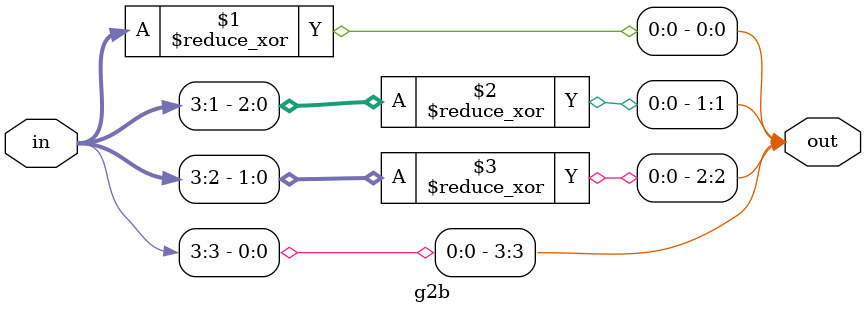
<source format=v>
`timescale 1ns/1ps


module g2b #(parameter SIZE = 4) (
    input  [SIZE-1:0] in,
    output [SIZE-1:0] out
);
    genvar i;
    generate
        for (i = 0; i < SIZE; i = i + 1) begin : bit_logic
            // Binary bit i is the XOR reduction of Gray bits from SIZE-1 down to i
            assign out[i] = ^in[SIZE-1:i];
        end
    endgenerate
endmodule
</source>
